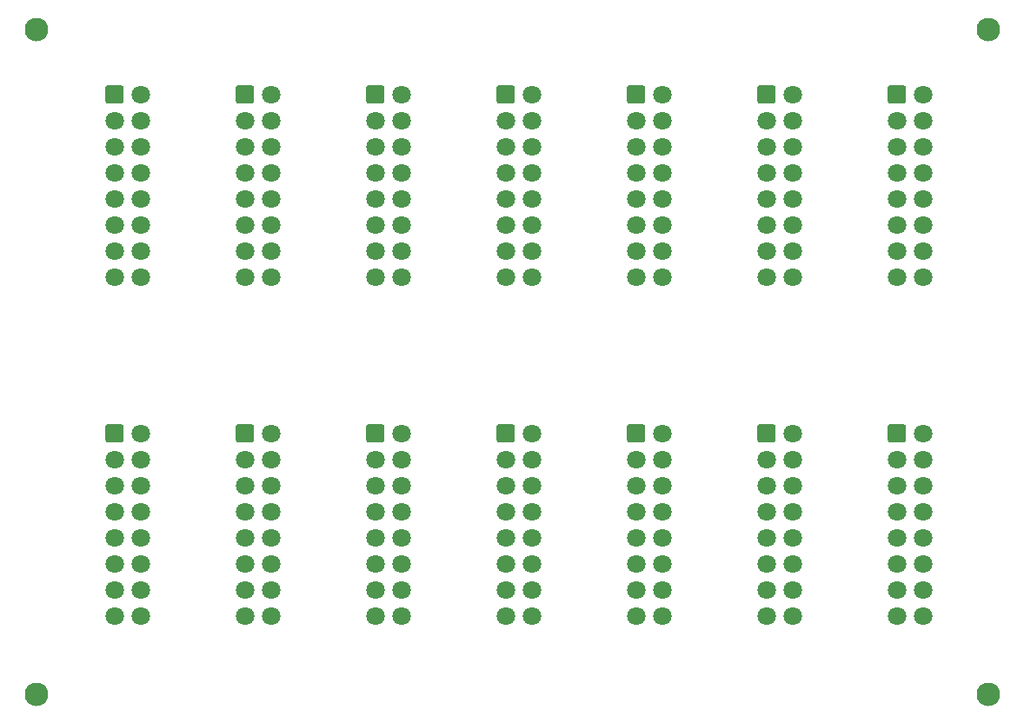
<source format=gbr>
G04 #@! TF.GenerationSoftware,KiCad,Pcbnew,(5.1.6-0-10_14)*
G04 #@! TF.CreationDate,2021-07-16T23:08:20+02:00*
G04 #@! TF.ProjectId,eurorack-busboard,6575726f-7261-4636-9b2d-627573626f61,rev?*
G04 #@! TF.SameCoordinates,Original*
G04 #@! TF.FileFunction,Soldermask,Top*
G04 #@! TF.FilePolarity,Negative*
%FSLAX46Y46*%
G04 Gerber Fmt 4.6, Leading zero omitted, Abs format (unit mm)*
G04 Created by KiCad (PCBNEW (5.1.6-0-10_14)) date 2021-07-16 23:08:20*
%MOMM*%
%LPD*%
G01*
G04 APERTURE LIST*
%ADD10C,2.300000*%
%ADD11C,1.800000*%
G04 APERTURE END LIST*
D10*
X95250000Y-2540000D03*
X2540000Y-2540000D03*
X2540000Y-67310000D03*
X95250000Y-67310000D03*
D11*
X88900000Y-26670000D03*
X88900000Y-24130000D03*
X88900000Y-21590000D03*
X88900000Y-19050000D03*
X88900000Y-16510000D03*
X88900000Y-13970000D03*
X88900000Y-11430000D03*
X88900000Y-8890000D03*
X86360000Y-26670000D03*
X86360000Y-24130000D03*
X86360000Y-21590000D03*
X86360000Y-19050000D03*
X86360000Y-16510000D03*
X86360000Y-13970000D03*
X86360000Y-11430000D03*
G36*
G01*
X85460000Y-9525294D02*
X85460000Y-8254706D01*
G75*
G02*
X85724706Y-7990000I264706J0D01*
G01*
X86995294Y-7990000D01*
G75*
G02*
X87260000Y-8254706I0J-264706D01*
G01*
X87260000Y-9525294D01*
G75*
G02*
X86995294Y-9790000I-264706J0D01*
G01*
X85724706Y-9790000D01*
G75*
G02*
X85460000Y-9525294I0J264706D01*
G01*
G37*
G36*
G01*
X85460000Y-42545294D02*
X85460000Y-41274706D01*
G75*
G02*
X85724706Y-41010000I264706J0D01*
G01*
X86995294Y-41010000D01*
G75*
G02*
X87260000Y-41274706I0J-264706D01*
G01*
X87260000Y-42545294D01*
G75*
G02*
X86995294Y-42810000I-264706J0D01*
G01*
X85724706Y-42810000D01*
G75*
G02*
X85460000Y-42545294I0J264706D01*
G01*
G37*
X86360000Y-44450000D03*
X86360000Y-46990000D03*
X86360000Y-49530000D03*
X86360000Y-52070000D03*
X86360000Y-54610000D03*
X86360000Y-57150000D03*
X86360000Y-59690000D03*
X88900000Y-41910000D03*
X88900000Y-44450000D03*
X88900000Y-46990000D03*
X88900000Y-49530000D03*
X88900000Y-52070000D03*
X88900000Y-54610000D03*
X88900000Y-57150000D03*
X88900000Y-59690000D03*
G36*
G01*
X47360000Y-42545294D02*
X47360000Y-41274706D01*
G75*
G02*
X47624706Y-41010000I264706J0D01*
G01*
X48895294Y-41010000D01*
G75*
G02*
X49160000Y-41274706I0J-264706D01*
G01*
X49160000Y-42545294D01*
G75*
G02*
X48895294Y-42810000I-264706J0D01*
G01*
X47624706Y-42810000D01*
G75*
G02*
X47360000Y-42545294I0J264706D01*
G01*
G37*
X48260000Y-44450000D03*
X48260000Y-46990000D03*
X48260000Y-49530000D03*
X48260000Y-52070000D03*
X48260000Y-54610000D03*
X48260000Y-57150000D03*
X48260000Y-59690000D03*
X50800000Y-41910000D03*
X50800000Y-44450000D03*
X50800000Y-46990000D03*
X50800000Y-49530000D03*
X50800000Y-52070000D03*
X50800000Y-54610000D03*
X50800000Y-57150000D03*
X50800000Y-59690000D03*
G36*
G01*
X34660000Y-9525294D02*
X34660000Y-8254706D01*
G75*
G02*
X34924706Y-7990000I264706J0D01*
G01*
X36195294Y-7990000D01*
G75*
G02*
X36460000Y-8254706I0J-264706D01*
G01*
X36460000Y-9525294D01*
G75*
G02*
X36195294Y-9790000I-264706J0D01*
G01*
X34924706Y-9790000D01*
G75*
G02*
X34660000Y-9525294I0J264706D01*
G01*
G37*
X35560000Y-11430000D03*
X35560000Y-13970000D03*
X35560000Y-16510000D03*
X35560000Y-19050000D03*
X35560000Y-21590000D03*
X35560000Y-24130000D03*
X35560000Y-26670000D03*
X38100000Y-8890000D03*
X38100000Y-11430000D03*
X38100000Y-13970000D03*
X38100000Y-16510000D03*
X38100000Y-19050000D03*
X38100000Y-21590000D03*
X38100000Y-24130000D03*
X38100000Y-26670000D03*
X38100000Y-59690000D03*
X38100000Y-57150000D03*
X38100000Y-54610000D03*
X38100000Y-52070000D03*
X38100000Y-49530000D03*
X38100000Y-46990000D03*
X38100000Y-44450000D03*
X38100000Y-41910000D03*
X35560000Y-59690000D03*
X35560000Y-57150000D03*
X35560000Y-54610000D03*
X35560000Y-52070000D03*
X35560000Y-49530000D03*
X35560000Y-46990000D03*
X35560000Y-44450000D03*
G36*
G01*
X34660000Y-42545294D02*
X34660000Y-41274706D01*
G75*
G02*
X34924706Y-41010000I264706J0D01*
G01*
X36195294Y-41010000D01*
G75*
G02*
X36460000Y-41274706I0J-264706D01*
G01*
X36460000Y-42545294D01*
G75*
G02*
X36195294Y-42810000I-264706J0D01*
G01*
X34924706Y-42810000D01*
G75*
G02*
X34660000Y-42545294I0J264706D01*
G01*
G37*
X50800000Y-26670000D03*
X50800000Y-24130000D03*
X50800000Y-21590000D03*
X50800000Y-19050000D03*
X50800000Y-16510000D03*
X50800000Y-13970000D03*
X50800000Y-11430000D03*
X50800000Y-8890000D03*
X48260000Y-26670000D03*
X48260000Y-24130000D03*
X48260000Y-21590000D03*
X48260000Y-19050000D03*
X48260000Y-16510000D03*
X48260000Y-13970000D03*
X48260000Y-11430000D03*
G36*
G01*
X47360000Y-9525294D02*
X47360000Y-8254706D01*
G75*
G02*
X47624706Y-7990000I264706J0D01*
G01*
X48895294Y-7990000D01*
G75*
G02*
X49160000Y-8254706I0J-264706D01*
G01*
X49160000Y-9525294D01*
G75*
G02*
X48895294Y-9790000I-264706J0D01*
G01*
X47624706Y-9790000D01*
G75*
G02*
X47360000Y-9525294I0J264706D01*
G01*
G37*
G36*
G01*
X72760000Y-9525294D02*
X72760000Y-8254706D01*
G75*
G02*
X73024706Y-7990000I264706J0D01*
G01*
X74295294Y-7990000D01*
G75*
G02*
X74560000Y-8254706I0J-264706D01*
G01*
X74560000Y-9525294D01*
G75*
G02*
X74295294Y-9790000I-264706J0D01*
G01*
X73024706Y-9790000D01*
G75*
G02*
X72760000Y-9525294I0J264706D01*
G01*
G37*
X73660000Y-11430000D03*
X73660000Y-13970000D03*
X73660000Y-16510000D03*
X73660000Y-19050000D03*
X73660000Y-21590000D03*
X73660000Y-24130000D03*
X73660000Y-26670000D03*
X76200000Y-8890000D03*
X76200000Y-11430000D03*
X76200000Y-13970000D03*
X76200000Y-16510000D03*
X76200000Y-19050000D03*
X76200000Y-21590000D03*
X76200000Y-24130000D03*
X76200000Y-26670000D03*
G36*
G01*
X60060000Y-42545294D02*
X60060000Y-41274706D01*
G75*
G02*
X60324706Y-41010000I264706J0D01*
G01*
X61595294Y-41010000D01*
G75*
G02*
X61860000Y-41274706I0J-264706D01*
G01*
X61860000Y-42545294D01*
G75*
G02*
X61595294Y-42810000I-264706J0D01*
G01*
X60324706Y-42810000D01*
G75*
G02*
X60060000Y-42545294I0J264706D01*
G01*
G37*
X60960000Y-44450000D03*
X60960000Y-46990000D03*
X60960000Y-49530000D03*
X60960000Y-52070000D03*
X60960000Y-54610000D03*
X60960000Y-57150000D03*
X60960000Y-59690000D03*
X63500000Y-41910000D03*
X63500000Y-44450000D03*
X63500000Y-46990000D03*
X63500000Y-49530000D03*
X63500000Y-52070000D03*
X63500000Y-54610000D03*
X63500000Y-57150000D03*
X63500000Y-59690000D03*
X76200000Y-59690000D03*
X76200000Y-57150000D03*
X76200000Y-54610000D03*
X76200000Y-52070000D03*
X76200000Y-49530000D03*
X76200000Y-46990000D03*
X76200000Y-44450000D03*
X76200000Y-41910000D03*
X73660000Y-59690000D03*
X73660000Y-57150000D03*
X73660000Y-54610000D03*
X73660000Y-52070000D03*
X73660000Y-49530000D03*
X73660000Y-46990000D03*
X73660000Y-44450000D03*
G36*
G01*
X72760000Y-42545294D02*
X72760000Y-41274706D01*
G75*
G02*
X73024706Y-41010000I264706J0D01*
G01*
X74295294Y-41010000D01*
G75*
G02*
X74560000Y-41274706I0J-264706D01*
G01*
X74560000Y-42545294D01*
G75*
G02*
X74295294Y-42810000I-264706J0D01*
G01*
X73024706Y-42810000D01*
G75*
G02*
X72760000Y-42545294I0J264706D01*
G01*
G37*
X63500000Y-26670000D03*
X63500000Y-24130000D03*
X63500000Y-21590000D03*
X63500000Y-19050000D03*
X63500000Y-16510000D03*
X63500000Y-13970000D03*
X63500000Y-11430000D03*
X63500000Y-8890000D03*
X60960000Y-26670000D03*
X60960000Y-24130000D03*
X60960000Y-21590000D03*
X60960000Y-19050000D03*
X60960000Y-16510000D03*
X60960000Y-13970000D03*
X60960000Y-11430000D03*
G36*
G01*
X60060000Y-9525294D02*
X60060000Y-8254706D01*
G75*
G02*
X60324706Y-7990000I264706J0D01*
G01*
X61595294Y-7990000D01*
G75*
G02*
X61860000Y-8254706I0J-264706D01*
G01*
X61860000Y-9525294D01*
G75*
G02*
X61595294Y-9790000I-264706J0D01*
G01*
X60324706Y-9790000D01*
G75*
G02*
X60060000Y-9525294I0J264706D01*
G01*
G37*
X25400000Y-26670000D03*
X25400000Y-24130000D03*
X25400000Y-21590000D03*
X25400000Y-19050000D03*
X25400000Y-16510000D03*
X25400000Y-13970000D03*
X25400000Y-11430000D03*
X25400000Y-8890000D03*
X22860000Y-26670000D03*
X22860000Y-24130000D03*
X22860000Y-21590000D03*
X22860000Y-19050000D03*
X22860000Y-16510000D03*
X22860000Y-13970000D03*
X22860000Y-11430000D03*
G36*
G01*
X21960000Y-9525294D02*
X21960000Y-8254706D01*
G75*
G02*
X22224706Y-7990000I264706J0D01*
G01*
X23495294Y-7990000D01*
G75*
G02*
X23760000Y-8254706I0J-264706D01*
G01*
X23760000Y-9525294D01*
G75*
G02*
X23495294Y-9790000I-264706J0D01*
G01*
X22224706Y-9790000D01*
G75*
G02*
X21960000Y-9525294I0J264706D01*
G01*
G37*
G36*
G01*
X21960000Y-42545294D02*
X21960000Y-41274706D01*
G75*
G02*
X22224706Y-41010000I264706J0D01*
G01*
X23495294Y-41010000D01*
G75*
G02*
X23760000Y-41274706I0J-264706D01*
G01*
X23760000Y-42545294D01*
G75*
G02*
X23495294Y-42810000I-264706J0D01*
G01*
X22224706Y-42810000D01*
G75*
G02*
X21960000Y-42545294I0J264706D01*
G01*
G37*
X22860000Y-44450000D03*
X22860000Y-46990000D03*
X22860000Y-49530000D03*
X22860000Y-52070000D03*
X22860000Y-54610000D03*
X22860000Y-57150000D03*
X22860000Y-59690000D03*
X25400000Y-41910000D03*
X25400000Y-44450000D03*
X25400000Y-46990000D03*
X25400000Y-49530000D03*
X25400000Y-52070000D03*
X25400000Y-54610000D03*
X25400000Y-57150000D03*
X25400000Y-59690000D03*
X12700000Y-59690000D03*
X12700000Y-57150000D03*
X12700000Y-54610000D03*
X12700000Y-52070000D03*
X12700000Y-49530000D03*
X12700000Y-46990000D03*
X12700000Y-44450000D03*
X12700000Y-41910000D03*
X10160000Y-59690000D03*
X10160000Y-57150000D03*
X10160000Y-54610000D03*
X10160000Y-52070000D03*
X10160000Y-49530000D03*
X10160000Y-46990000D03*
X10160000Y-44450000D03*
G36*
G01*
X9260000Y-42545294D02*
X9260000Y-41274706D01*
G75*
G02*
X9524706Y-41010000I264706J0D01*
G01*
X10795294Y-41010000D01*
G75*
G02*
X11060000Y-41274706I0J-264706D01*
G01*
X11060000Y-42545294D01*
G75*
G02*
X10795294Y-42810000I-264706J0D01*
G01*
X9524706Y-42810000D01*
G75*
G02*
X9260000Y-42545294I0J264706D01*
G01*
G37*
G36*
G01*
X9260000Y-9525294D02*
X9260000Y-8254706D01*
G75*
G02*
X9524706Y-7990000I264706J0D01*
G01*
X10795294Y-7990000D01*
G75*
G02*
X11060000Y-8254706I0J-264706D01*
G01*
X11060000Y-9525294D01*
G75*
G02*
X10795294Y-9790000I-264706J0D01*
G01*
X9524706Y-9790000D01*
G75*
G02*
X9260000Y-9525294I0J264706D01*
G01*
G37*
X10160000Y-11430000D03*
X10160000Y-13970000D03*
X10160000Y-16510000D03*
X10160000Y-19050000D03*
X10160000Y-21590000D03*
X10160000Y-24130000D03*
X10160000Y-26670000D03*
X12700000Y-8890000D03*
X12700000Y-11430000D03*
X12700000Y-13970000D03*
X12700000Y-16510000D03*
X12700000Y-19050000D03*
X12700000Y-21590000D03*
X12700000Y-24130000D03*
X12700000Y-26670000D03*
M02*

</source>
